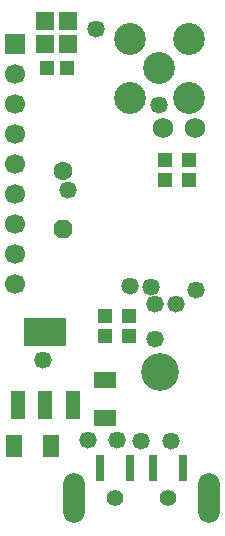
<source format=gts>
%FSAX42Y42*%
%MOMM*%
G71*
G01*
G75*
G04 Layer_Color=8388736*
%ADD10R,0.87X0.87*%
%ADD11R,1.10X1.00*%
%ADD12R,1.00X1.10*%
%ADD13R,3.40X2.15*%
%ADD14R,1.05X2.15*%
%ADD15R,1.05X2.15*%
%ADD16R,0.50X2.10*%
%ADD17R,1.70X1.25*%
%ADD18R,1.25X1.70*%
%ADD19C,0.25*%
%ADD20C,2.50*%
%ADD21R,1.50X1.50*%
%ADD22C,1.50*%
%ADD23C,1.52*%
%ADD24C,1.20*%
%ADD25O,1.65X4.00*%
%ADD26C,1.40*%
%ADD27P,1.52X8X112.5*%
%ADD28C,3.00*%
%ADD29C,1.27*%
%ADD30O,0.40X2.10*%
%ADD31R,0.80X0.35*%
%ADD32O,0.80X0.28*%
%ADD33O,0.28X0.80*%
%ADD34R,7.65X7.65*%
%ADD35C,0.20*%
%ADD36C,0.25*%
%ADD37C,0.60*%
%ADD38R,1.80X1.80*%
%ADD39R,2.00X1.80*%
%ADD40R,1.80X2.00*%
%ADD41O,0.74X0.22*%
%ADD42O,0.22X0.74*%
%ADD43R,2.05X2.05*%
%ADD44R,1.54X1.54*%
%ADD45R,1.30X1.20*%
%ADD46R,1.20X1.30*%
%ADD47R,3.60X2.35*%
%ADD48R,1.25X2.35*%
%ADD49R,1.25X2.35*%
%ADD50R,0.70X2.30*%
%ADD51R,1.90X1.45*%
%ADD52R,1.45X1.90*%
%ADD53C,2.70*%
%ADD54R,1.70X1.70*%
%ADD55C,1.70*%
%ADD56C,1.73*%
%ADD57C,1.40*%
%ADD58O,1.85X4.20*%
%ADD59C,1.60*%
%ADD60P,1.74X8X112.5*%
%ADD61C,3.20*%
%ADD62C,1.47*%
D44*
X003048Y006655D02*
D03*
Y006849D02*
D03*
X003242D02*
D03*
Y006655D02*
D03*
D45*
X003065Y006452D02*
D03*
X003235D02*
D03*
D46*
X003556Y004182D02*
D03*
X003759D02*
D03*
Y004352D02*
D03*
X003556D02*
D03*
X004064Y005503D02*
D03*
X004267D02*
D03*
Y005673D02*
D03*
X004064D02*
D03*
D47*
X003048Y004222D02*
D03*
D48*
X003048Y003602D02*
D03*
X003278D02*
D03*
D49*
X002818Y003602D02*
D03*
D50*
X003511Y003070D02*
D03*
X003761D02*
D03*
X003961D02*
D03*
X004211D02*
D03*
D51*
X003556Y003495D02*
D03*
Y003810D02*
D03*
D52*
X003099Y003251D02*
D03*
X002784D02*
D03*
D53*
X004263Y006202D02*
D03*
X004013Y006452D02*
D03*
X004263Y006702D02*
D03*
X003763D02*
D03*
Y006202D02*
D03*
D54*
X002794Y006655D02*
D03*
D55*
X002794Y004623D02*
D03*
Y004877D02*
D03*
Y005131D02*
D03*
Y005385D02*
D03*
Y005639D02*
D03*
Y005893D02*
D03*
Y006147D02*
D03*
Y006401D02*
D03*
D56*
X004318Y005944D02*
D03*
X004046Y005946D02*
D03*
D57*
X003636Y002810D02*
D03*
X004086D02*
D03*
D58*
X003291Y002810D02*
D03*
X004431D02*
D03*
D59*
X003200Y005578D02*
D03*
D60*
X003200Y005090D02*
D03*
D61*
X004022Y003878D02*
D03*
D62*
X003409Y003302D02*
D03*
X003653Y003303D02*
D03*
X003858Y003297D02*
D03*
X004109Y003299D02*
D03*
X003975Y004162D02*
D03*
X004155Y004460D02*
D03*
X004322Y004578D02*
D03*
X003938Y004603D02*
D03*
X003972Y004455D02*
D03*
X003767Y004605D02*
D03*
X003240Y005420D02*
D03*
X004010Y006138D02*
D03*
X003480Y006785D02*
D03*
X003024Y003985D02*
D03*
M02*

</source>
